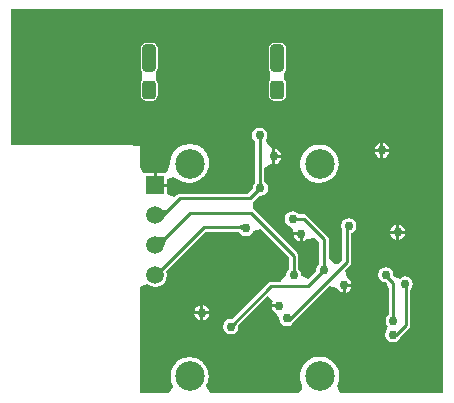
<source format=gbl>
G04 Layer_Physical_Order=2*
G04 Layer_Color=12082738*
%FSLAX24Y24*%
%MOIN*%
G70*
G01*
G75*
%ADD10C,0.0100*%
G04:AMPARAMS|DCode=11|XSize=47.2mil|YSize=63mil|CornerRadius=11.8mil|HoleSize=0mil|Usage=FLASHONLY|Rotation=0.000|XOffset=0mil|YOffset=0mil|HoleType=Round|Shape=RoundedRectangle|*
%AMROUNDEDRECTD11*
21,1,0.0472,0.0394,0,0,0.0*
21,1,0.0236,0.0630,0,0,0.0*
1,1,0.0236,0.0118,-0.0197*
1,1,0.0236,-0.0118,-0.0197*
1,1,0.0236,-0.0118,0.0197*
1,1,0.0236,0.0118,0.0197*
%
%ADD11ROUNDEDRECTD11*%
G04:AMPARAMS|DCode=12|XSize=47.2mil|YSize=90.6mil|CornerRadius=11.8mil|HoleSize=0mil|Usage=FLASHONLY|Rotation=0.000|XOffset=0mil|YOffset=0mil|HoleType=Round|Shape=RoundedRectangle|*
%AMROUNDEDRECTD12*
21,1,0.0472,0.0669,0,0,0.0*
21,1,0.0236,0.0906,0,0,0.0*
1,1,0.0236,0.0118,-0.0335*
1,1,0.0236,-0.0118,-0.0335*
1,1,0.0236,-0.0118,0.0335*
1,1,0.0236,0.0118,0.0335*
%
%ADD12ROUNDEDRECTD12*%
%ADD13C,0.0591*%
%ADD14R,0.0591X0.0591*%
%ADD15C,0.0984*%
%ADD16C,0.0300*%
G36*
X981Y6300D02*
X1006Y6285D01*
X1030Y6274D01*
X1053Y6267D01*
X1075Y6264D01*
X1097Y6265D01*
X1118Y6269D01*
X1138Y6278D01*
X1157Y6290D01*
X1176Y6307D01*
X1188Y6177D01*
X1180Y6168D01*
X1169Y6155D01*
X1127Y6097D01*
X1020Y5933D01*
X956Y6319D01*
X981Y6300D01*
D02*
G37*
G36*
X10367Y153D02*
X6975D01*
X6896Y246D01*
X6836Y403D01*
X6868Y481D01*
Y496D01*
X6876Y508D01*
X6878Y529D01*
X6882Y536D01*
Y551D01*
X6889Y563D01*
X6903Y670D01*
X6901Y677D01*
X6904Y684D01*
Y756D01*
X6901Y763D01*
X6903Y770D01*
X6889Y877D01*
X6882Y889D01*
Y904D01*
X6827Y1037D01*
X6816Y1047D01*
X6812Y1061D01*
X6725Y1175D01*
X6712Y1182D01*
X6705Y1195D01*
X6591Y1282D01*
X6577Y1286D01*
X6567Y1297D01*
X6434Y1352D01*
X6419D01*
X6407Y1359D01*
X6300Y1373D01*
X6293Y1371D01*
X6286Y1374D01*
X6214D01*
X6207Y1371D01*
X6200Y1373D01*
X6093Y1359D01*
X6086Y1355D01*
X6083Y1354D01*
X6078Y1352D01*
X6066D01*
X5933Y1297D01*
X5933Y1296D01*
X5931Y1295D01*
X5922Y1286D01*
X5909Y1282D01*
X5908Y1282D01*
X5907Y1281D01*
X5800Y1200D01*
X5800Y1199D01*
X5795Y1195D01*
X5789Y1185D01*
X5780Y1180D01*
X5778Y1177D01*
X5775Y1175D01*
X5688Y1061D01*
X5684Y1047D01*
X5673Y1037D01*
X5618Y904D01*
Y889D01*
X5611Y877D01*
X5597Y770D01*
X5599Y763D01*
X5596Y756D01*
Y684D01*
X5599Y677D01*
X5597Y670D01*
X5611Y563D01*
X5618Y551D01*
Y536D01*
X5673Y403D01*
X5674Y403D01*
X5681Y387D01*
X5670Y336D01*
X5650Y302D01*
X5540Y153D01*
X2593D01*
X2462Y390D01*
X2464Y403D01*
X2464Y405D01*
X2475Y416D01*
X2527Y542D01*
Y557D01*
X2535Y570D01*
X2548Y672D01*
X2547Y677D01*
X2547Y681D01*
X2547Y682D01*
X2549Y686D01*
Y754D01*
X2548Y756D01*
Y764D01*
X2547Y766D01*
X2548Y768D01*
X2547Y777D01*
X2547Y778D01*
X2534Y880D01*
X2527Y891D01*
Y898D01*
X2527Y899D01*
Y907D01*
X2474Y1034D01*
X2464Y1044D01*
X2460Y1058D01*
X2377Y1167D01*
X2364Y1174D01*
X2357Y1187D01*
X2248Y1270D01*
X2234Y1274D01*
X2224Y1284D01*
X2097Y1337D01*
X2083D01*
X2070Y1344D01*
X1968Y1357D01*
X1961Y1355D01*
X1954Y1358D01*
X1867D01*
X1860Y1355D01*
X1852Y1357D01*
X1753Y1344D01*
X1740Y1337D01*
X1725D01*
X1601Y1285D01*
X1591Y1275D01*
X1577Y1271D01*
X1470Y1190D01*
X1463Y1177D01*
X1450Y1170D01*
X1369Y1063D01*
X1365Y1049D01*
X1355Y1039D01*
X1303Y915D01*
Y900D01*
X1296Y887D01*
X1283Y788D01*
X1285Y780D01*
X1282Y773D01*
Y677D01*
X1285Y670D01*
X1283Y662D01*
X1296Y563D01*
X1303Y550D01*
Y535D01*
X1355Y411D01*
X1363Y403D01*
X1363Y377D01*
X1233Y153D01*
X257D01*
Y3697D01*
X402Y3766D01*
X507Y3791D01*
X616Y3718D01*
X770Y3687D01*
X924Y3718D01*
X1055Y3805D01*
X1142Y3936D01*
X1173Y4090D01*
X1147Y4221D01*
X2473Y5547D01*
X3534D01*
X3545Y5542D01*
X3555Y5541D01*
X3556Y5541D01*
X3558Y5536D01*
X3574Y5523D01*
X3610Y5470D01*
X3692Y5415D01*
X3790Y5395D01*
X3888Y5415D01*
X3970Y5470D01*
X4018Y5542D01*
X4029Y5553D01*
X4285Y5629D01*
X5237Y4677D01*
Y4298D01*
X5210Y4280D01*
X5155Y4198D01*
X5135Y4100D01*
X4979Y3894D01*
X4945Y3873D01*
X4630D01*
X4571Y3861D01*
X4522Y3828D01*
X3322Y2628D01*
X3290Y2635D01*
X3192Y2616D01*
X3110Y2560D01*
X3054Y2478D01*
X3035Y2380D01*
X3054Y2282D01*
X3110Y2200D01*
X3192Y2145D01*
X3290Y2125D01*
X3388Y2145D01*
X3470Y2200D01*
X3525Y2282D01*
X3545Y2380D01*
X3538Y2412D01*
X4515Y3388D01*
X4709Y3229D01*
X4674Y3178D01*
X4665Y3130D01*
X4910D01*
Y3030D01*
X4665D01*
X4674Y2982D01*
X4730Y2900D01*
X4812Y2844D01*
X4905Y2650D01*
X4924Y2552D01*
X4980Y2470D01*
X5062Y2415D01*
X5160Y2395D01*
X5258Y2415D01*
X5340Y2470D01*
X5395Y2552D01*
X5397Y2561D01*
X6575Y3739D01*
X6831Y3663D01*
X6842Y3652D01*
X6890Y3580D01*
X6972Y3525D01*
X7020Y3515D01*
Y3760D01*
X7070D01*
Y3810D01*
X7315D01*
X7305Y3858D01*
X7250Y3940D01*
X7178Y3988D01*
X7167Y3999D01*
X7091Y4255D01*
X7268Y4432D01*
X7301Y4481D01*
X7313Y4540D01*
Y5504D01*
X7318Y5505D01*
X7400Y5560D01*
X7455Y5642D01*
X7475Y5740D01*
X7455Y5838D01*
X7400Y5920D01*
X7318Y5975D01*
X7220Y5995D01*
X7122Y5975D01*
X7040Y5920D01*
X6985Y5838D01*
X6965Y5740D01*
X6985Y5642D01*
X7007Y5609D01*
Y4603D01*
X6856Y4453D01*
X6851Y4451D01*
X6781Y4451D01*
X6553Y4672D01*
Y5300D01*
X6541Y5359D01*
X6508Y5408D01*
X5838Y6078D01*
X5789Y6111D01*
X5730Y6123D01*
X5548D01*
X5530Y6150D01*
X5448Y6205D01*
X5350Y6225D01*
X5252Y6205D01*
X5170Y6150D01*
X5114Y6068D01*
X5095Y5970D01*
X5114Y5872D01*
X5170Y5790D01*
X5243Y5741D01*
X5288Y5693D01*
X5367Y5599D01*
X5379Y5520D01*
X5640D01*
Y5470D01*
X5690D01*
Y5225D01*
X5738Y5235D01*
X5820Y5290D01*
X6071Y5339D01*
X6247Y5210D01*
Y4468D01*
X6220Y4450D01*
X6165Y4368D01*
X6145Y4270D01*
X6152Y4238D01*
X5872Y3958D01*
X5665Y4068D01*
X5645Y4100D01*
X5625Y4198D01*
X5570Y4280D01*
X5543Y4298D01*
Y4740D01*
X5531Y4799D01*
X5498Y4848D01*
X4088Y6258D01*
X4064Y6274D01*
X4045Y6341D01*
X4042Y6378D01*
X4048Y6542D01*
X4248Y6742D01*
X4280Y6735D01*
X4378Y6755D01*
X4460Y6810D01*
X4516Y6892D01*
X4535Y6990D01*
X4516Y7088D01*
X4460Y7170D01*
X4403Y7209D01*
Y7674D01*
X4620Y7807D01*
X4653Y7810D01*
X4680Y7805D01*
Y8050D01*
Y8337D01*
X4500Y8465D01*
X4476Y8648D01*
X4485Y8662D01*
X4505Y8760D01*
X4485Y8858D01*
X4430Y8940D01*
X4348Y8995D01*
X4250Y9015D01*
X4152Y8995D01*
X4070Y8940D01*
X4015Y8858D01*
X3995Y8760D01*
X4015Y8662D01*
X4070Y8580D01*
X4097Y8562D01*
Y7166D01*
X4044Y7088D01*
X4025Y6990D01*
X3857Y6803D01*
X1590D01*
X1531Y6791D01*
X1482Y6758D01*
X1413Y6689D01*
X1165Y6795D01*
Y7040D01*
X770D01*
Y7090D01*
X720D01*
Y7485D01*
X507D01*
X375Y7485D01*
X257Y7686D01*
Y8408D01*
X63D01*
X59Y8411D01*
X0Y8423D01*
X-4041D01*
Y8533D01*
X-4041Y12960D01*
X10367Y12960D01*
Y153D01*
D02*
G37*
G36*
X1171Y5320D02*
X1160Y5307D01*
X1148Y5290D01*
X1137Y5270D01*
X1126Y5245D01*
X1103Y5186D01*
X1092Y5150D01*
X1057Y5022D01*
X844Y5376D01*
X881Y5367D01*
X916Y5361D01*
X949Y5358D01*
X980Y5357D01*
X1008Y5359D01*
X1035Y5364D01*
X1059Y5371D01*
X1081Y5381D01*
X1101Y5394D01*
X1118Y5409D01*
X1171Y5320D01*
D02*
G37*
G36*
X3654Y5587D02*
X3648Y5599D01*
X3640Y5609D01*
X3632Y5619D01*
X3623Y5627D01*
X3613Y5634D01*
X3602Y5640D01*
X3591Y5644D01*
X3578Y5647D01*
X3564Y5649D01*
X3550Y5650D01*
X3588Y5750D01*
X3601Y5750D01*
X3628Y5753D01*
X3641Y5756D01*
X3668Y5762D01*
X3682Y5767D01*
X3710Y5778D01*
X3724Y5785D01*
X3654Y5587D01*
D02*
G37*
%LPC*%
G36*
X5590Y5420D02*
X5395D01*
X5405Y5372D01*
X5460Y5290D01*
X5542Y5235D01*
X5590Y5225D01*
Y5420D01*
D02*
G37*
G36*
X7315Y3710D02*
X7120D01*
Y3515D01*
X7168Y3525D01*
X7250Y3580D01*
X7305Y3662D01*
X7315Y3710D01*
D02*
G37*
G36*
X8801Y5474D02*
X8606D01*
X8616Y5427D01*
X8671Y5344D01*
X8754Y5289D01*
X8801Y5279D01*
Y5474D01*
D02*
G37*
G36*
X4961Y11829D02*
X4725D01*
X4659Y11816D01*
X4604Y11779D01*
X4567Y11724D01*
X4554Y11658D01*
Y10989D01*
X4567Y10923D01*
X4604Y10867D01*
X4613Y10830D01*
Y10636D01*
X4604Y10598D01*
X4567Y10542D01*
X4554Y10477D01*
Y10083D01*
X4567Y10018D01*
X4604Y9962D01*
X4659Y9925D01*
X4725Y9912D01*
X4961D01*
X5027Y9925D01*
X5082Y9962D01*
X5120Y10018D01*
X5133Y10083D01*
Y10477D01*
X5120Y10542D01*
X5082Y10598D01*
X5073Y10636D01*
Y10830D01*
X5082Y10867D01*
X5120Y10923D01*
X5133Y10989D01*
Y11658D01*
X5120Y11724D01*
X5082Y11779D01*
X5027Y11816D01*
X4961Y11829D01*
D02*
G37*
G36*
X9096Y5474D02*
X8901D01*
Y5279D01*
X8949Y5289D01*
X9031Y5344D01*
X9087Y5427D01*
X9096Y5474D01*
D02*
G37*
G36*
X2273Y2797D02*
X2078D01*
X2088Y2749D01*
X2143Y2667D01*
X2226Y2611D01*
X2273Y2602D01*
Y2797D01*
D02*
G37*
G36*
X8460Y4365D02*
X8362Y4345D01*
X8280Y4290D01*
X8225Y4208D01*
X8205Y4110D01*
X8225Y4012D01*
X8280Y3930D01*
X8362Y3875D01*
X8460Y3855D01*
X8557Y3635D01*
Y2768D01*
X8530Y2750D01*
X8475Y2668D01*
X8455Y2570D01*
X8475Y2472D01*
X8475Y2472D01*
X8530Y2390D01*
X8510Y2290D01*
X8455Y2208D01*
X8435Y2110D01*
X8455Y2012D01*
X8510Y1930D01*
X8592Y1875D01*
X8690Y1855D01*
X8788Y1875D01*
X8870Y1930D01*
X8925Y2012D01*
X8927Y2021D01*
X9228Y2322D01*
X9261Y2371D01*
X9273Y2430D01*
Y3608D01*
X9290Y3620D01*
X9345Y3702D01*
X9365Y3800D01*
X9345Y3898D01*
X9290Y3980D01*
X9208Y4035D01*
X9110Y4055D01*
X9035Y4040D01*
X9012Y4035D01*
X9012Y4035D01*
X8930Y3980D01*
X8705Y4061D01*
X8715Y4110D01*
X8695Y4208D01*
X8640Y4290D01*
X8558Y4345D01*
X8460Y4365D01*
D02*
G37*
G36*
X2568Y2797D02*
X2373D01*
Y2602D01*
X2421Y2611D01*
X2503Y2667D01*
X2559Y2749D01*
X2568Y2797D01*
D02*
G37*
G36*
X2373Y3092D02*
Y2897D01*
X2568D01*
X2559Y2944D01*
X2503Y3027D01*
X2421Y3082D01*
X2373Y3092D01*
D02*
G37*
G36*
X2273D02*
X2226Y3082D01*
X2143Y3027D01*
X2088Y2944D01*
X2078Y2897D01*
X2273D01*
Y3092D01*
D02*
G37*
G36*
X8801Y5769D02*
X8754Y5760D01*
X8671Y5705D01*
X8616Y5622D01*
X8606Y5574D01*
X8801D01*
Y5769D01*
D02*
G37*
G36*
X8575Y8200D02*
X8380D01*
Y8005D01*
X8428Y8015D01*
X8510Y8070D01*
X8565Y8152D01*
X8575Y8200D01*
D02*
G37*
G36*
X8280D02*
X8085D01*
X8095Y8152D01*
X8150Y8070D01*
X8232Y8015D01*
X8280Y8005D01*
Y8200D01*
D02*
G37*
G36*
X4780Y8295D02*
Y8100D01*
X4975D01*
X4965Y8148D01*
X4910Y8230D01*
X4828Y8285D01*
X4780Y8295D01*
D02*
G37*
G36*
X8380Y8495D02*
Y8300D01*
X8575D01*
X8565Y8348D01*
X8510Y8430D01*
X8428Y8485D01*
X8380Y8495D01*
D02*
G37*
G36*
X8280D02*
X8232Y8485D01*
X8150Y8430D01*
X8095Y8348D01*
X8085Y8300D01*
X8280D01*
Y8495D01*
D02*
G37*
G36*
X690Y11829D02*
X453D01*
X388Y11816D01*
X332Y11779D01*
X295Y11724D01*
X282Y11658D01*
Y10989D01*
X295Y10923D01*
X332Y10867D01*
X341Y10830D01*
Y10636D01*
X332Y10598D01*
X295Y10542D01*
X282Y10477D01*
Y10083D01*
X295Y10018D01*
X332Y9962D01*
X388Y9925D01*
X453Y9912D01*
X690D01*
X755Y9925D01*
X811Y9962D01*
X848Y10018D01*
X861Y10083D01*
Y10477D01*
X848Y10542D01*
X811Y10598D01*
X802Y10636D01*
Y10830D01*
X811Y10867D01*
X848Y10923D01*
X861Y10989D01*
Y11658D01*
X848Y11724D01*
X811Y11779D01*
X755Y11816D01*
X690Y11829D01*
D02*
G37*
G36*
X8901Y5769D02*
Y5574D01*
X9096D01*
X9087Y5622D01*
X9031Y5705D01*
X8949Y5760D01*
X8901Y5769D01*
D02*
G37*
G36*
X1993Y8458D02*
X1875D01*
X1868Y8455D01*
X1861Y8457D01*
X1758Y8444D01*
X1745Y8436D01*
X1730D01*
X1601Y8383D01*
X1591Y8373D01*
X1577Y8369D01*
X1466Y8284D01*
X1459Y8271D01*
X1446Y8264D01*
X1361Y8153D01*
X1357Y8139D01*
X1347Y8129D01*
X1294Y8000D01*
Y7985D01*
X1286Y7972D01*
X1273Y7869D01*
X1275Y7862D01*
X1272Y7855D01*
Y7812D01*
X1202Y7591D01*
X1154Y7533D01*
X1080Y7485D01*
X986Y7485D01*
X820D01*
Y7140D01*
X1165D01*
Y7266D01*
X1165Y7315D01*
X1350Y7377D01*
X1350Y7377D01*
X1350D01*
X1556Y7272D01*
X1572Y7260D01*
X1586Y7256D01*
X1596Y7246D01*
X1723Y7193D01*
X1737D01*
X1750Y7186D01*
X1852Y7173D01*
X1859Y7175D01*
X1866Y7172D01*
X1937D01*
X1944Y7175D01*
X1951Y7173D01*
X2060Y7187D01*
X2073Y7194D01*
X2088D01*
X2224Y7251D01*
X2234Y7261D01*
X2248Y7265D01*
X2365Y7355D01*
X2373Y7367D01*
X2385Y7375D01*
X2475Y7492D01*
X2479Y7506D01*
X2489Y7516D01*
X2546Y7652D01*
Y7667D01*
X2553Y7680D01*
X2567Y7789D01*
X2565Y7796D01*
X2568Y7803D01*
Y7883D01*
X2565Y7890D01*
X2567Y7897D01*
X2554Y7995D01*
X2547Y8007D01*
Y8022D01*
X2497Y8144D01*
X2486Y8154D01*
X2483Y8168D01*
X2402Y8273D01*
X2390Y8280D01*
X2383Y8292D01*
X2278Y8373D01*
X2264Y8376D01*
X2254Y8387D01*
X2132Y8437D01*
X2117D01*
X2105Y8444D01*
X2007Y8457D01*
X2000Y8455D01*
X1993Y8458D01*
D02*
G37*
G36*
X6284Y8448D02*
X6206D01*
X6199Y8445D01*
X6192Y8447D01*
X6090Y8434D01*
X6077Y8427D01*
X6063D01*
X5936Y8374D01*
X5926Y8364D01*
X5912Y8360D01*
X5803Y8277D01*
X5796Y8264D01*
X5783Y8257D01*
X5700Y8148D01*
X5696Y8134D01*
X5686Y8124D01*
X5633Y7997D01*
Y7983D01*
X5626Y7970D01*
X5613Y7868D01*
X5615Y7861D01*
X5612Y7854D01*
Y7738D01*
X5615Y7731D01*
X5613Y7724D01*
X5625Y7628D01*
X5633Y7615D01*
Y7601D01*
X5682Y7481D01*
X5692Y7471D01*
X5696Y7457D01*
X5775Y7355D01*
X5787Y7347D01*
X5795Y7335D01*
X5897Y7256D01*
X5911Y7252D01*
X5921Y7242D01*
X6041Y7193D01*
X6055D01*
X6068Y7185D01*
X6164Y7173D01*
X6171Y7175D01*
X6178Y7172D01*
X6265D01*
X6272Y7175D01*
X6280Y7173D01*
X6385Y7187D01*
X6389Y7189D01*
X6401Y7191D01*
X6407Y7194D01*
X6412D01*
X6422Y7198D01*
X6429D01*
X6556Y7251D01*
X6567Y7261D01*
X6581Y7265D01*
X6691Y7349D01*
X6698Y7362D01*
X6711Y7369D01*
X6795Y7479D01*
X6799Y7493D01*
X6809Y7504D01*
X6862Y7631D01*
Y7646D01*
X6869Y7659D01*
X6883Y7761D01*
X6881Y7769D01*
X6884Y7776D01*
Y7844D01*
X6881Y7851D01*
X6883Y7859D01*
X6869Y7961D01*
X6862Y7974D01*
Y7989D01*
X6809Y8116D01*
X6806Y8120D01*
X6804Y8124D01*
X6798Y8130D01*
X6795Y8141D01*
X6790Y8147D01*
X6790Y8148D01*
X6707Y8257D01*
X6695Y8264D01*
X6691Y8271D01*
X6690Y8271D01*
X6687Y8277D01*
X6578Y8360D01*
X6564Y8364D01*
X6554Y8374D01*
X6427Y8427D01*
X6413D01*
X6400Y8434D01*
X6298Y8447D01*
X6291Y8445D01*
X6284Y8448D01*
D02*
G37*
G36*
X4975Y8000D02*
X4780D01*
Y7805D01*
X4828Y7815D01*
X4910Y7870D01*
X4965Y7952D01*
X4975Y8000D01*
D02*
G37*
%LPD*%
D10*
X8380Y4170D02*
X8710Y3840D01*
Y2570D02*
Y3840D01*
X4270Y7000D02*
X4280Y6990D01*
X8690Y2110D02*
X8800D01*
X9120Y2430D01*
Y3700D01*
X770Y6020D02*
X960D01*
X4250Y7100D02*
Y8760D01*
X960Y6020D02*
X1590Y6650D01*
X3940D01*
X4280Y6990D01*
X690Y5020D02*
X800D01*
X770Y4060D02*
X2410Y5700D01*
X3790D01*
X5390Y4100D02*
Y4740D01*
X6400Y4270D02*
Y5300D01*
X5730Y5970D02*
X6400Y5300D01*
X5350Y5970D02*
X5730D01*
X7160Y4540D02*
Y5680D01*
X7220Y5740D01*
X3290Y2380D02*
X4630Y3720D01*
X5850D01*
X6400Y4270D01*
X5220Y2600D02*
X7160Y4540D01*
X5170Y2650D02*
X5220Y2600D01*
X5160Y2650D02*
X5170D01*
X800Y5020D02*
X1930Y6150D01*
X3980D01*
X5390Y4740D01*
D11*
X4843Y10280D02*
D03*
X571D02*
D03*
D12*
Y11323D02*
D03*
X4843D02*
D03*
D13*
X770Y4090D02*
D03*
Y5090D02*
D03*
Y6090D02*
D03*
D14*
Y7090D02*
D03*
D15*
X1919Y720D02*
D03*
X1919Y7810D02*
D03*
X6250D02*
D03*
Y720D02*
D03*
D16*
X8460Y4110D02*
D03*
X5390Y4100D02*
D03*
X3790Y5650D02*
D03*
X5350Y5970D02*
D03*
X8690Y2110D02*
D03*
X5640Y5470D02*
D03*
X3290Y2380D02*
D03*
X9110Y3800D02*
D03*
X8710Y2570D02*
D03*
X4280Y6990D02*
D03*
X8330Y8250D02*
D03*
X4910Y3080D02*
D03*
X8851Y5524D02*
D03*
X6400Y4270D02*
D03*
X7220Y5740D02*
D03*
X4250Y8760D02*
D03*
X4730Y8050D02*
D03*
X7070Y3760D02*
D03*
X5160Y2650D02*
D03*
X2323Y2847D02*
D03*
M02*

</source>
